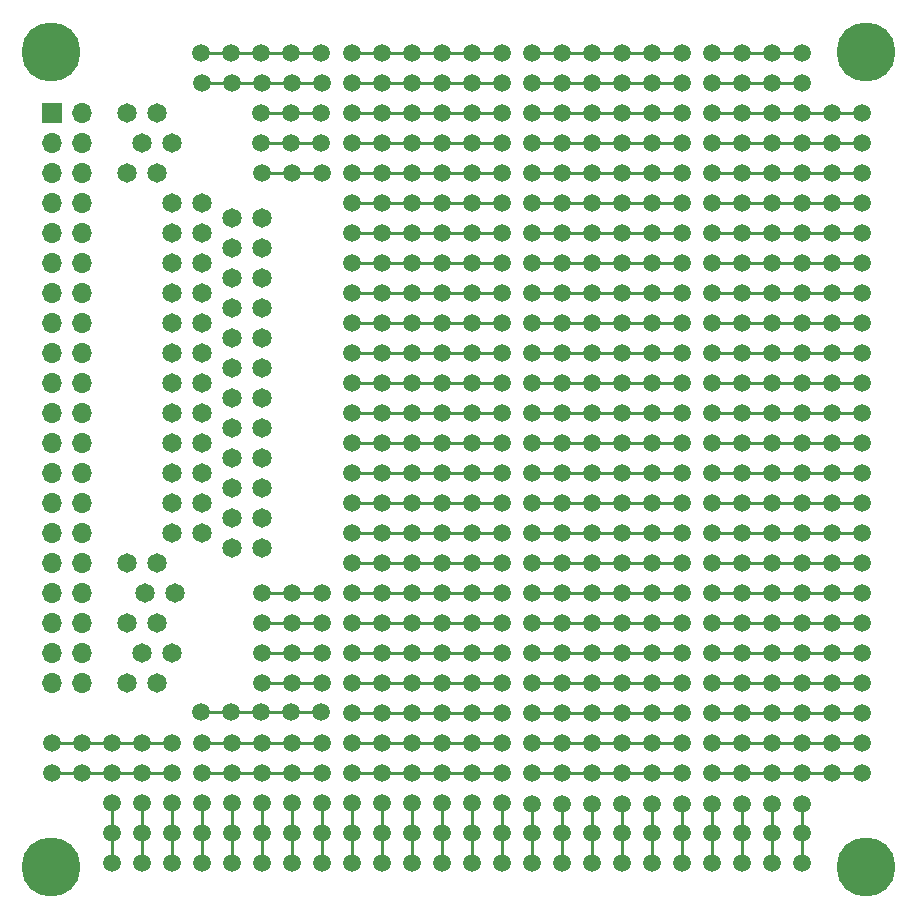
<source format=gbr>
%TF.GenerationSoftware,KiCad,Pcbnew,(6.0.1)*%
%TF.CreationDate,2023-02-05T21:11:55-08:00*%
%TF.ProjectId,ESP32 Carrier Protoboard - R1,45535033-3220-4436-9172-726965722050,rev?*%
%TF.SameCoordinates,Original*%
%TF.FileFunction,Copper,L2,Bot*%
%TF.FilePolarity,Positive*%
%FSLAX46Y46*%
G04 Gerber Fmt 4.6, Leading zero omitted, Abs format (unit mm)*
G04 Created by KiCad (PCBNEW (6.0.1)) date 2023-02-05 21:11:55*
%MOMM*%
%LPD*%
G01*
G04 APERTURE LIST*
%TA.AperFunction,ComponentPad*%
%ADD10C,1.500000*%
%TD*%
%TA.AperFunction,ComponentPad*%
%ADD11C,1.651000*%
%TD*%
%TA.AperFunction,ComponentPad*%
%ADD12C,0.800000*%
%TD*%
%TA.AperFunction,ComponentPad*%
%ADD13C,5.000000*%
%TD*%
%TA.AperFunction,ComponentPad*%
%ADD14R,1.700000X1.700000*%
%TD*%
%TA.AperFunction,ComponentPad*%
%ADD15O,1.700000X1.700000*%
%TD*%
%TA.AperFunction,Conductor*%
%ADD16C,0.254000*%
%TD*%
G04 APERTURE END LIST*
D10*
%TO.P,REF\u002A\u002A,1*%
%TO.N,N/C*%
X63974988Y-3153100D03*
%TD*%
%TO.P,REF\u002A\u002A,1*%
%TO.N,N/C*%
X58894988Y-3153100D03*
%TD*%
%TO.P,REF\u002A\u002A,1*%
%TO.N,N/C*%
X66514988Y-3153100D03*
%TD*%
%TO.P,REF\u002A\u002A,1*%
%TO.N,N/C*%
X61434988Y-3153100D03*
%TD*%
%TO.P,REF\u002A\u002A,1*%
%TO.N,N/C*%
X63974988Y-5693100D03*
%TD*%
%TO.P,REF\u002A\u002A,1*%
%TO.N,N/C*%
X58894988Y-5693100D03*
%TD*%
%TO.P,REF\u002A\u002A,1*%
%TO.N,N/C*%
X66514988Y-5693100D03*
%TD*%
%TO.P,REF\u002A\u002A,1*%
%TO.N,N/C*%
X61434988Y-5693100D03*
%TD*%
%TO.P,REF\u002A\u002A,1*%
%TO.N,N/C*%
X18218699Y-3121725D03*
%TD*%
%TO.P,REF\u002A\u002A,1*%
%TO.N,N/C*%
X23298699Y-3121725D03*
%TD*%
%TO.P,REF\u002A\u002A,1*%
%TO.N,N/C*%
X15678699Y-3121725D03*
%TD*%
%TO.P,REF\u002A\u002A,1*%
%TO.N,N/C*%
X20758699Y-3121725D03*
%TD*%
%TO.P,REF\u002A\u002A,1*%
%TO.N,N/C*%
X25838699Y-3121725D03*
%TD*%
%TO.P,REF\u002A\u002A,1*%
%TO.N,N/C*%
X18254988Y-5693100D03*
%TD*%
%TO.P,REF\u002A\u002A,1*%
%TO.N,N/C*%
X23334988Y-5693100D03*
%TD*%
%TO.P,REF\u002A\u002A,1*%
%TO.N,N/C*%
X15714988Y-5693100D03*
%TD*%
%TO.P,REF\u002A\u002A,1*%
%TO.N,N/C*%
X20794988Y-5693100D03*
%TD*%
%TO.P,REF\u002A\u002A,1*%
%TO.N,N/C*%
X25874988Y-5693100D03*
%TD*%
%TO.P,REF\u002A\u002A,1*%
%TO.N,N/C*%
X20758699Y-8212925D03*
%TD*%
%TO.P,REF\u002A\u002A,1*%
%TO.N,N/C*%
X23298699Y-8212925D03*
%TD*%
%TO.P,REF\u002A\u002A,1*%
%TO.N,N/C*%
X25838699Y-8212925D03*
%TD*%
%TO.P,REF\u002A\u002A,1*%
%TO.N,N/C*%
X20758699Y-10745127D03*
%TD*%
%TO.P,REF\u002A\u002A,1*%
%TO.N,N/C*%
X23298699Y-10745127D03*
%TD*%
%TO.P,REF\u002A\u002A,1*%
%TO.N,N/C*%
X25838699Y-10745127D03*
%TD*%
%TO.P,REF\u002A\u002A,1*%
%TO.N,N/C*%
X20794988Y-13313100D03*
%TD*%
%TO.P,REF\u002A\u002A,1*%
%TO.N,N/C*%
X23334988Y-13313100D03*
%TD*%
%TO.P,REF\u002A\u002A,1*%
%TO.N,N/C*%
X25874988Y-13313100D03*
%TD*%
%TO.P,REF\u002A\u002A,1*%
%TO.N,N/C*%
X20794988Y-48873100D03*
%TD*%
%TO.P,REF\u002A\u002A,1*%
%TO.N,N/C*%
X23334988Y-48873100D03*
%TD*%
%TO.P,REF\u002A\u002A,1*%
%TO.N,N/C*%
X25874988Y-48873100D03*
%TD*%
%TO.P,REF\u002A\u002A,1*%
%TO.N,N/C*%
X20794988Y-51413100D03*
%TD*%
%TO.P,REF\u002A\u002A,1*%
%TO.N,N/C*%
X23334988Y-51413100D03*
%TD*%
%TO.P,REF\u002A\u002A,1*%
%TO.N,N/C*%
X25874988Y-51413100D03*
%TD*%
%TO.P,REF\u002A\u002A,1*%
%TO.N,N/C*%
X20794988Y-53953100D03*
%TD*%
%TO.P,REF\u002A\u002A,1*%
%TO.N,N/C*%
X23334988Y-53953100D03*
%TD*%
%TO.P,REF\u002A\u002A,1*%
%TO.N,N/C*%
X25874988Y-53953100D03*
%TD*%
%TO.P,REF\u002A\u002A,1*%
%TO.N,N/C*%
X20794988Y-56493100D03*
%TD*%
%TO.P,REF\u002A\u002A,1*%
%TO.N,N/C*%
X23334988Y-56493100D03*
%TD*%
%TO.P,REF\u002A\u002A,1*%
%TO.N,N/C*%
X25874988Y-56493100D03*
%TD*%
%TO.P,REF\u002A\u002A,1*%
%TO.N,N/C*%
X10634988Y-61573100D03*
%TD*%
%TO.P,REF\u002A\u002A,1*%
%TO.N,N/C*%
X8094988Y-61573100D03*
%TD*%
%TO.P,REF\u002A\u002A,1*%
%TO.N,N/C*%
X5554988Y-61573100D03*
%TD*%
%TO.P,REF\u002A\u002A,1*%
%TO.N,N/C*%
X3014988Y-61573100D03*
%TD*%
%TO.P,REF\u002A\u002A,1*%
%TO.N,N/C*%
X13174988Y-61573100D03*
%TD*%
%TO.P,REF\u002A\u002A,1*%
%TO.N,N/C*%
X10634988Y-64113100D03*
%TD*%
%TO.P,REF\u002A\u002A,1*%
%TO.N,N/C*%
X8094988Y-64113100D03*
%TD*%
%TO.P,REF\u002A\u002A,1*%
%TO.N,N/C*%
X5554988Y-64113100D03*
%TD*%
%TO.P,REF\u002A\u002A,1*%
%TO.N,N/C*%
X3014988Y-64113100D03*
%TD*%
%TO.P,REF\u002A\u002A,1*%
%TO.N,N/C*%
X13174988Y-64113100D03*
%TD*%
%TO.P,REF\u002A\u002A,1*%
%TO.N,N/C*%
X23303165Y-58950754D03*
%TD*%
%TO.P,REF\u002A\u002A,1*%
%TO.N,N/C*%
X20763165Y-58950754D03*
%TD*%
%TO.P,REF\u002A\u002A,1*%
%TO.N,N/C*%
X18223165Y-58950754D03*
%TD*%
%TO.P,REF\u002A\u002A,1*%
%TO.N,N/C*%
X15683165Y-58950754D03*
%TD*%
%TO.P,REF\u002A\u002A,1*%
%TO.N,N/C*%
X25843165Y-58950754D03*
%TD*%
%TO.P,REF\u002A\u002A,1*%
%TO.N,N/C*%
X23334988Y-61573100D03*
%TD*%
%TO.P,REF\u002A\u002A,1*%
%TO.N,N/C*%
X20794988Y-61573100D03*
%TD*%
%TO.P,REF\u002A\u002A,1*%
%TO.N,N/C*%
X18254988Y-61573100D03*
%TD*%
%TO.P,REF\u002A\u002A,1*%
%TO.N,N/C*%
X15714988Y-61573100D03*
%TD*%
%TO.P,REF\u002A\u002A,1*%
%TO.N,N/C*%
X25874988Y-61573100D03*
%TD*%
%TO.P,REF\u002A\u002A,1*%
%TO.N,N/C*%
X23334988Y-64113100D03*
%TD*%
%TO.P,REF\u002A\u002A,1*%
%TO.N,N/C*%
X20794988Y-64113100D03*
%TD*%
%TO.P,REF\u002A\u002A,1*%
%TO.N,N/C*%
X18254988Y-64113100D03*
%TD*%
%TO.P,REF\u002A\u002A,1*%
%TO.N,N/C*%
X15714988Y-64113100D03*
%TD*%
%TO.P,REF\u002A\u002A,1*%
%TO.N,N/C*%
X25874988Y-64113100D03*
%TD*%
%TO.P,REF\u002A\u002A,1*%
%TO.N,N/C*%
X56354988Y-3153100D03*
%TD*%
%TO.P,REF\u002A\u002A,1*%
%TO.N,N/C*%
X43654988Y-3153100D03*
%TD*%
%TO.P,REF\u002A\u002A,1*%
%TO.N,N/C*%
X46194988Y-5693100D03*
%TD*%
%TO.P,REF\u002A\u002A,1*%
%TO.N,N/C*%
X43654988Y-5693100D03*
%TD*%
%TO.P,REF\u002A\u002A,1*%
%TO.N,N/C*%
X46194988Y-3153100D03*
%TD*%
%TO.P,REF\u002A\u002A,1*%
%TO.N,N/C*%
X48734988Y-5693100D03*
%TD*%
%TO.P,REF\u002A\u002A,1*%
%TO.N,N/C*%
X51274988Y-3153100D03*
%TD*%
%TO.P,REF\u002A\u002A,1*%
%TO.N,N/C*%
X48734988Y-3153100D03*
%TD*%
%TO.P,REF\u002A\u002A,1*%
%TO.N,N/C*%
X53814988Y-5693100D03*
%TD*%
%TO.P,REF\u002A\u002A,1*%
%TO.N,N/C*%
X51274988Y-5693100D03*
%TD*%
%TO.P,REF\u002A\u002A,1*%
%TO.N,N/C*%
X56354988Y-5693100D03*
%TD*%
%TO.P,REF\u002A\u002A,1*%
%TO.N,N/C*%
X53814988Y-3153100D03*
%TD*%
%TO.P,REF\u002A\u002A,1*%
%TO.N,N/C*%
X30954988Y-3153100D03*
%TD*%
%TO.P,REF\u002A\u002A,1*%
%TO.N,N/C*%
X33494988Y-5693100D03*
%TD*%
%TO.P,REF\u002A\u002A,1*%
%TO.N,N/C*%
X41114988Y-3153100D03*
%TD*%
%TO.P,REF\u002A\u002A,1*%
%TO.N,N/C*%
X30954988Y-5693100D03*
%TD*%
%TO.P,REF\u002A\u002A,1*%
%TO.N,N/C*%
X38574988Y-5693100D03*
%TD*%
%TO.P,REF\u002A\u002A,1*%
%TO.N,N/C*%
X33494988Y-3153100D03*
%TD*%
%TO.P,REF\u002A\u002A,1*%
%TO.N,N/C*%
X28414988Y-3153100D03*
%TD*%
%TO.P,REF\u002A\u002A,1*%
%TO.N,N/C*%
X28414988Y-5693100D03*
%TD*%
%TO.P,REF\u002A\u002A,1*%
%TO.N,N/C*%
X36034988Y-3153100D03*
%TD*%
%TO.P,REF\u002A\u002A,1*%
%TO.N,N/C*%
X41114988Y-5693100D03*
%TD*%
%TO.P,REF\u002A\u002A,1*%
%TO.N,N/C*%
X38574988Y-3153100D03*
%TD*%
%TO.P,REF\u002A\u002A,1*%
%TO.N,N/C*%
X36034988Y-5693100D03*
%TD*%
%TO.P,REF\u002A\u002A,1*%
%TO.N,N/C*%
X33494988Y-64113100D03*
%TD*%
%TO.P,REF\u002A\u002A,1*%
%TO.N,N/C*%
X36034988Y-64113100D03*
%TD*%
%TO.P,REF\u002A\u002A,1*%
%TO.N,N/C*%
X38574988Y-64113100D03*
%TD*%
%TO.P,REF\u002A\u002A,1*%
%TO.N,N/C*%
X28414988Y-64113100D03*
%TD*%
%TO.P,REF\u002A\u002A,1*%
%TO.N,N/C*%
X30954988Y-64113100D03*
%TD*%
%TO.P,REF\u002A\u002A,1*%
%TO.N,N/C*%
X41114988Y-64113100D03*
%TD*%
%TO.P,REF\u002A\u002A,1*%
%TO.N,N/C*%
X69054988Y-64113100D03*
%TD*%
%TO.P,REF\u002A\u002A,1*%
%TO.N,N/C*%
X51274988Y-64113100D03*
%TD*%
%TO.P,REF\u002A\u002A,1*%
%TO.N,N/C*%
X48734988Y-64113100D03*
%TD*%
%TO.P,REF\u002A\u002A,1*%
%TO.N,N/C*%
X58894988Y-64113100D03*
%TD*%
%TO.P,REF\u002A\u002A,1*%
%TO.N,N/C*%
X53814988Y-64113100D03*
%TD*%
%TO.P,REF\u002A\u002A,1*%
%TO.N,N/C*%
X71594988Y-64113100D03*
%TD*%
%TO.P,REF\u002A\u002A,1*%
%TO.N,N/C*%
X66514988Y-64113100D03*
%TD*%
%TO.P,REF\u002A\u002A,1*%
%TO.N,N/C*%
X46194988Y-64113100D03*
%TD*%
%TO.P,REF\u002A\u002A,1*%
%TO.N,N/C*%
X61434988Y-64113100D03*
%TD*%
%TO.P,REF\u002A\u002A,1*%
%TO.N,N/C*%
X63974988Y-64113100D03*
%TD*%
%TO.P,REF\u002A\u002A,1*%
%TO.N,N/C*%
X43654988Y-64113100D03*
%TD*%
%TO.P,REF\u002A\u002A,1*%
%TO.N,N/C*%
X56354988Y-64113100D03*
%TD*%
%TO.P,REF\u002A\u002A,1*%
%TO.N,N/C*%
X41114988Y-8233100D03*
%TD*%
%TO.P,REF\u002A\u002A,1*%
%TO.N,N/C*%
X28414988Y-8233100D03*
%TD*%
%TO.P,REF\u002A\u002A,1*%
%TO.N,N/C*%
X30954988Y-10773100D03*
%TD*%
%TO.P,REF\u002A\u002A,1*%
%TO.N,N/C*%
X28414988Y-10773100D03*
%TD*%
%TO.P,REF\u002A\u002A,1*%
%TO.N,N/C*%
X30954988Y-8233100D03*
%TD*%
%TO.P,REF\u002A\u002A,1*%
%TO.N,N/C*%
X33494988Y-10773100D03*
%TD*%
%TO.P,REF\u002A\u002A,1*%
%TO.N,N/C*%
X36034988Y-8233100D03*
%TD*%
%TO.P,REF\u002A\u002A,1*%
%TO.N,N/C*%
X33494988Y-8233100D03*
%TD*%
%TO.P,REF\u002A\u002A,1*%
%TO.N,N/C*%
X38574988Y-10773100D03*
%TD*%
%TO.P,REF\u002A\u002A,1*%
%TO.N,N/C*%
X33494988Y-23473100D03*
%TD*%
%TO.P,REF\u002A\u002A,1*%
%TO.N,N/C*%
X41114988Y-23473100D03*
%TD*%
%TO.P,REF\u002A\u002A,1*%
%TO.N,N/C*%
X30954988Y-18393100D03*
%TD*%
%TO.P,REF\u002A\u002A,1*%
%TO.N,N/C*%
X33494988Y-20933100D03*
%TD*%
%TO.P,REF\u002A\u002A,1*%
%TO.N,N/C*%
X38574988Y-23473100D03*
%TD*%
%TO.P,REF\u002A\u002A,1*%
%TO.N,N/C*%
X41114988Y-13313100D03*
%TD*%
%TO.P,REF\u002A\u002A,1*%
%TO.N,N/C*%
X36034988Y-10773100D03*
%TD*%
%TO.P,REF\u002A\u002A,1*%
%TO.N,N/C*%
X41114988Y-10773100D03*
%TD*%
%TO.P,REF\u002A\u002A,1*%
%TO.N,N/C*%
X38574988Y-8233100D03*
%TD*%
%TO.P,REF\u002A\u002A,1*%
%TO.N,N/C*%
X38574988Y-18393100D03*
%TD*%
%TO.P,REF\u002A\u002A,1*%
%TO.N,N/C*%
X41114988Y-20933100D03*
%TD*%
%TO.P,REF\u002A\u002A,1*%
%TO.N,N/C*%
X36034988Y-23473100D03*
%TD*%
%TO.P,REF\u002A\u002A,1*%
%TO.N,N/C*%
X30954988Y-15853100D03*
%TD*%
%TO.P,REF\u002A\u002A,1*%
%TO.N,N/C*%
X28414988Y-13313100D03*
%TD*%
%TO.P,REF\u002A\u002A,1*%
%TO.N,N/C*%
X30954988Y-20933100D03*
%TD*%
%TO.P,REF\u002A\u002A,1*%
%TO.N,N/C*%
X36034988Y-15853100D03*
%TD*%
%TO.P,REF\u002A\u002A,1*%
%TO.N,N/C*%
X28414988Y-20933100D03*
%TD*%
%TO.P,REF\u002A\u002A,1*%
%TO.N,N/C*%
X33494988Y-18393100D03*
%TD*%
%TO.P,REF\u002A\u002A,1*%
%TO.N,N/C*%
X28414988Y-15853100D03*
%TD*%
%TO.P,REF\u002A\u002A,1*%
%TO.N,N/C*%
X36034988Y-20933100D03*
%TD*%
%TO.P,REF\u002A\u002A,1*%
%TO.N,N/C*%
X30954988Y-13313100D03*
%TD*%
%TO.P,REF\u002A\u002A,1*%
%TO.N,N/C*%
X38574988Y-20933100D03*
%TD*%
%TO.P,REF\u002A\u002A,1*%
%TO.N,N/C*%
X28414988Y-23473100D03*
%TD*%
%TO.P,REF\u002A\u002A,1*%
%TO.N,N/C*%
X41114988Y-15853100D03*
%TD*%
%TO.P,REF\u002A\u002A,1*%
%TO.N,N/C*%
X30954988Y-23473100D03*
%TD*%
%TO.P,REF\u002A\u002A,1*%
%TO.N,N/C*%
X33494988Y-15853100D03*
%TD*%
%TO.P,REF\u002A\u002A,1*%
%TO.N,N/C*%
X41114988Y-18393100D03*
%TD*%
%TO.P,REF\u002A\u002A,1*%
%TO.N,N/C*%
X38574988Y-13313100D03*
%TD*%
%TO.P,REF\u002A\u002A,1*%
%TO.N,N/C*%
X33494988Y-13313100D03*
%TD*%
%TO.P,REF\u002A\u002A,1*%
%TO.N,N/C*%
X36034988Y-13313100D03*
%TD*%
%TO.P,REF\u002A\u002A,1*%
%TO.N,N/C*%
X28414988Y-18393100D03*
%TD*%
%TO.P,REF\u002A\u002A,1*%
%TO.N,N/C*%
X38574988Y-15853100D03*
%TD*%
%TO.P,REF\u002A\u002A,1*%
%TO.N,N/C*%
X36034988Y-18393100D03*
%TD*%
%TO.P,REF\u002A\u002A,1*%
%TO.N,N/C*%
X33494988Y-36173100D03*
%TD*%
%TO.P,REF\u002A\u002A,1*%
%TO.N,N/C*%
X30954988Y-31093100D03*
%TD*%
%TO.P,REF\u002A\u002A,1*%
%TO.N,N/C*%
X33494988Y-46333100D03*
%TD*%
%TO.P,REF\u002A\u002A,1*%
%TO.N,N/C*%
X38574988Y-41253100D03*
%TD*%
%TO.P,REF\u002A\u002A,1*%
%TO.N,N/C*%
X41114988Y-48873100D03*
%TD*%
%TO.P,REF\u002A\u002A,1*%
%TO.N,N/C*%
X38574988Y-36173100D03*
%TD*%
%TO.P,REF\u002A\u002A,1*%
%TO.N,N/C*%
X41114988Y-36173100D03*
%TD*%
%TO.P,REF\u002A\u002A,1*%
%TO.N,N/C*%
X30954988Y-43793100D03*
%TD*%
%TO.P,REF\u002A\u002A,1*%
%TO.N,N/C*%
X41114988Y-53953100D03*
%TD*%
%TO.P,REF\u002A\u002A,1*%
%TO.N,N/C*%
X33494988Y-33633100D03*
%TD*%
%TO.P,REF\u002A\u002A,1*%
%TO.N,N/C*%
X36034988Y-46333100D03*
%TD*%
%TO.P,REF\u002A\u002A,1*%
%TO.N,N/C*%
X28414988Y-43793100D03*
%TD*%
%TO.P,REF\u002A\u002A,1*%
%TO.N,N/C*%
X41114988Y-26013100D03*
%TD*%
%TO.P,REF\u002A\u002A,1*%
%TO.N,N/C*%
X36034988Y-43793100D03*
%TD*%
%TO.P,REF\u002A\u002A,1*%
%TO.N,N/C*%
X36034988Y-51413100D03*
%TD*%
%TO.P,REF\u002A\u002A,1*%
%TO.N,N/C*%
X30954988Y-46333100D03*
%TD*%
%TO.P,REF\u002A\u002A,1*%
%TO.N,N/C*%
X41114988Y-38713100D03*
%TD*%
%TO.P,REF\u002A\u002A,1*%
%TO.N,N/C*%
X36034988Y-48873100D03*
%TD*%
%TO.P,REF\u002A\u002A,1*%
%TO.N,N/C*%
X30954988Y-51413100D03*
%TD*%
%TO.P,REF\u002A\u002A,1*%
%TO.N,N/C*%
X41114988Y-46333100D03*
%TD*%
%TO.P,REF\u002A\u002A,1*%
%TO.N,N/C*%
X33494988Y-43793100D03*
%TD*%
%TO.P,REF\u002A\u002A,1*%
%TO.N,N/C*%
X33494988Y-59033100D03*
%TD*%
%TO.P,REF\u002A\u002A,1*%
%TO.N,N/C*%
X33494988Y-53953100D03*
%TD*%
%TO.P,REF\u002A\u002A,1*%
%TO.N,N/C*%
X28414988Y-51413100D03*
%TD*%
%TO.P,REF\u002A\u002A,1*%
%TO.N,N/C*%
X38574988Y-31093100D03*
%TD*%
%TO.P,REF\u002A\u002A,1*%
%TO.N,N/C*%
X38574988Y-51413100D03*
%TD*%
%TO.P,REF\u002A\u002A,1*%
%TO.N,N/C*%
X36034988Y-61573100D03*
%TD*%
%TO.P,REF\u002A\u002A,1*%
%TO.N,N/C*%
X33494988Y-61573100D03*
%TD*%
%TO.P,REF\u002A\u002A,1*%
%TO.N,N/C*%
X30954988Y-36173100D03*
%TD*%
%TO.P,REF\u002A\u002A,1*%
%TO.N,N/C*%
X41114988Y-33633100D03*
%TD*%
%TO.P,REF\u002A\u002A,1*%
%TO.N,N/C*%
X28414988Y-41253100D03*
%TD*%
%TO.P,REF\u002A\u002A,1*%
%TO.N,N/C*%
X28414988Y-28553100D03*
%TD*%
%TO.P,REF\u002A\u002A,1*%
%TO.N,N/C*%
X28414988Y-36173100D03*
%TD*%
%TO.P,REF\u002A\u002A,1*%
%TO.N,N/C*%
X41114988Y-28553100D03*
%TD*%
%TO.P,REF\u002A\u002A,1*%
%TO.N,N/C*%
X30954988Y-33633100D03*
%TD*%
%TO.P,REF\u002A\u002A,1*%
%TO.N,N/C*%
X30954988Y-59033100D03*
%TD*%
%TO.P,REF\u002A\u002A,1*%
%TO.N,N/C*%
X36034988Y-36173100D03*
%TD*%
%TO.P,REF\u002A\u002A,1*%
%TO.N,N/C*%
X30954988Y-56493100D03*
%TD*%
%TO.P,REF\u002A\u002A,1*%
%TO.N,N/C*%
X30954988Y-53953100D03*
%TD*%
%TO.P,REF\u002A\u002A,1*%
%TO.N,N/C*%
X41114988Y-51413100D03*
%TD*%
%TO.P,REF\u002A\u002A,1*%
%TO.N,N/C*%
X30954988Y-38713100D03*
%TD*%
%TO.P,REF\u002A\u002A,1*%
%TO.N,N/C*%
X38574988Y-46333100D03*
%TD*%
%TO.P,REF\u002A\u002A,1*%
%TO.N,N/C*%
X36034988Y-33633100D03*
%TD*%
%TO.P,REF\u002A\u002A,1*%
%TO.N,N/C*%
X30954988Y-26013100D03*
%TD*%
%TO.P,REF\u002A\u002A,1*%
%TO.N,N/C*%
X36034988Y-59033100D03*
%TD*%
%TO.P,REF\u002A\u002A,1*%
%TO.N,N/C*%
X38574988Y-48873100D03*
%TD*%
%TO.P,REF\u002A\u002A,1*%
%TO.N,N/C*%
X30954988Y-41253100D03*
%TD*%
%TO.P,REF\u002A\u002A,1*%
%TO.N,N/C*%
X36034988Y-28553100D03*
%TD*%
%TO.P,REF\u002A\u002A,1*%
%TO.N,N/C*%
X38574988Y-61573100D03*
%TD*%
%TO.P,REF\u002A\u002A,1*%
%TO.N,N/C*%
X33494988Y-28553100D03*
%TD*%
%TO.P,REF\u002A\u002A,1*%
%TO.N,N/C*%
X28414988Y-59033100D03*
%TD*%
%TO.P,REF\u002A\u002A,1*%
%TO.N,N/C*%
X38574988Y-59033100D03*
%TD*%
%TO.P,REF\u002A\u002A,1*%
%TO.N,N/C*%
X33494988Y-48873100D03*
%TD*%
%TO.P,REF\u002A\u002A,1*%
%TO.N,N/C*%
X30954988Y-28553100D03*
%TD*%
%TO.P,REF\u002A\u002A,1*%
%TO.N,N/C*%
X36034988Y-56493100D03*
%TD*%
%TO.P,REF\u002A\u002A,1*%
%TO.N,N/C*%
X41114988Y-41253100D03*
%TD*%
%TO.P,REF\u002A\u002A,1*%
%TO.N,N/C*%
X36034988Y-41253100D03*
%TD*%
%TO.P,REF\u002A\u002A,1*%
%TO.N,N/C*%
X41114988Y-43793100D03*
%TD*%
%TO.P,REF\u002A\u002A,1*%
%TO.N,N/C*%
X28414988Y-56493100D03*
%TD*%
%TO.P,REF\u002A\u002A,1*%
%TO.N,N/C*%
X33494988Y-31093100D03*
%TD*%
%TO.P,REF\u002A\u002A,1*%
%TO.N,N/C*%
X33494988Y-51413100D03*
%TD*%
%TO.P,REF\u002A\u002A,1*%
%TO.N,N/C*%
X38574988Y-56493100D03*
%TD*%
%TO.P,REF\u002A\u002A,1*%
%TO.N,N/C*%
X33494988Y-41253100D03*
%TD*%
%TO.P,REF\u002A\u002A,1*%
%TO.N,N/C*%
X38574988Y-33633100D03*
%TD*%
%TO.P,REF\u002A\u002A,1*%
%TO.N,N/C*%
X28414988Y-33633100D03*
%TD*%
%TO.P,REF\u002A\u002A,1*%
%TO.N,N/C*%
X33494988Y-38713100D03*
%TD*%
%TO.P,REF\u002A\u002A,1*%
%TO.N,N/C*%
X28414988Y-38713100D03*
%TD*%
%TO.P,REF\u002A\u002A,1*%
%TO.N,N/C*%
X28414988Y-46333100D03*
%TD*%
%TO.P,REF\u002A\u002A,1*%
%TO.N,N/C*%
X28414988Y-26013100D03*
%TD*%
%TO.P,REF\u002A\u002A,1*%
%TO.N,N/C*%
X30954988Y-61573100D03*
%TD*%
%TO.P,REF\u002A\u002A,1*%
%TO.N,N/C*%
X28414988Y-48873100D03*
%TD*%
%TO.P,REF\u002A\u002A,1*%
%TO.N,N/C*%
X33494988Y-56493100D03*
%TD*%
%TO.P,REF\u002A\u002A,1*%
%TO.N,N/C*%
X28414988Y-53953100D03*
%TD*%
%TO.P,REF\u002A\u002A,1*%
%TO.N,N/C*%
X41114988Y-31093100D03*
%TD*%
%TO.P,REF\u002A\u002A,1*%
%TO.N,N/C*%
X38574988Y-28553100D03*
%TD*%
%TO.P,REF\u002A\u002A,1*%
%TO.N,N/C*%
X41114988Y-56493100D03*
%TD*%
%TO.P,REF\u002A\u002A,1*%
%TO.N,N/C*%
X38574988Y-43793100D03*
%TD*%
%TO.P,REF\u002A\u002A,1*%
%TO.N,N/C*%
X36034988Y-26013100D03*
%TD*%
%TO.P,REF\u002A\u002A,1*%
%TO.N,N/C*%
X36034988Y-38713100D03*
%TD*%
%TO.P,REF\u002A\u002A,1*%
%TO.N,N/C*%
X38574988Y-38713100D03*
%TD*%
%TO.P,REF\u002A\u002A,1*%
%TO.N,N/C*%
X28414988Y-31093100D03*
%TD*%
%TO.P,REF\u002A\u002A,1*%
%TO.N,N/C*%
X28414988Y-61573100D03*
%TD*%
%TO.P,REF\u002A\u002A,1*%
%TO.N,N/C*%
X30954988Y-48873100D03*
%TD*%
%TO.P,REF\u002A\u002A,1*%
%TO.N,N/C*%
X41114988Y-61573100D03*
%TD*%
%TO.P,REF\u002A\u002A,1*%
%TO.N,N/C*%
X36034988Y-53953100D03*
%TD*%
%TO.P,REF\u002A\u002A,1*%
%TO.N,N/C*%
X38574988Y-26013100D03*
%TD*%
%TO.P,REF\u002A\u002A,1*%
%TO.N,N/C*%
X41114988Y-59033100D03*
%TD*%
%TO.P,REF\u002A\u002A,1*%
%TO.N,N/C*%
X33494988Y-26013100D03*
%TD*%
%TO.P,REF\u002A\u002A,1*%
%TO.N,N/C*%
X36034988Y-31093100D03*
%TD*%
%TO.P,REF\u002A\u002A,1*%
%TO.N,N/C*%
X38574988Y-53953100D03*
%TD*%
%TO.P,REF\u002A\u002A,1*%
%TO.N,N/C*%
X63974988Y-8233100D03*
%TD*%
%TO.P,REF\u002A\u002A,1*%
%TO.N,N/C*%
X56354988Y-8233100D03*
%TD*%
%TO.P,REF\u002A\u002A,1*%
%TO.N,N/C*%
X69054988Y-8233100D03*
%TD*%
%TO.P,REF\u002A\u002A,1*%
%TO.N,N/C*%
X69054988Y-10773100D03*
%TD*%
%TO.P,REF\u002A\u002A,1*%
%TO.N,N/C*%
X71594988Y-10773100D03*
%TD*%
%TO.P,REF\u002A\u002A,1*%
%TO.N,N/C*%
X61434988Y-10773100D03*
%TD*%
%TO.P,REF\u002A\u002A,1*%
%TO.N,N/C*%
X61434988Y-8233100D03*
%TD*%
%TO.P,REF\u002A\u002A,1*%
%TO.N,N/C*%
X58894988Y-8233100D03*
%TD*%
%TO.P,REF\u002A\u002A,1*%
%TO.N,N/C*%
X46194988Y-10773100D03*
%TD*%
%TO.P,REF\u002A\u002A,1*%
%TO.N,N/C*%
X43654988Y-8233100D03*
%TD*%
%TO.P,REF\u002A\u002A,1*%
%TO.N,N/C*%
X66514988Y-8233100D03*
%TD*%
%TO.P,REF\u002A\u002A,1*%
%TO.N,N/C*%
X58894988Y-10773100D03*
%TD*%
%TO.P,REF\u002A\u002A,1*%
%TO.N,N/C*%
X51274988Y-10773100D03*
%TD*%
%TO.P,REF\u002A\u002A,1*%
%TO.N,N/C*%
X63974988Y-10773100D03*
%TD*%
%TO.P,REF\u002A\u002A,1*%
%TO.N,N/C*%
X43654988Y-10773100D03*
%TD*%
%TO.P,REF\u002A\u002A,1*%
%TO.N,N/C*%
X46194988Y-8233100D03*
%TD*%
%TO.P,REF\u002A\u002A,1*%
%TO.N,N/C*%
X56354988Y-10773100D03*
%TD*%
%TO.P,REF\u002A\u002A,1*%
%TO.N,N/C*%
X48734988Y-10773100D03*
%TD*%
%TO.P,REF\u002A\u002A,1*%
%TO.N,N/C*%
X53814988Y-8233100D03*
%TD*%
%TO.P,REF\u002A\u002A,1*%
%TO.N,N/C*%
X48734988Y-8233100D03*
%TD*%
%TO.P,REF\u002A\u002A,1*%
%TO.N,N/C*%
X51274988Y-8233100D03*
%TD*%
%TO.P,REF\u002A\u002A,1*%
%TO.N,N/C*%
X71594988Y-8233100D03*
%TD*%
%TO.P,REF\u002A\u002A,1*%
%TO.N,N/C*%
X66514988Y-10773100D03*
%TD*%
%TO.P,REF\u002A\u002A,1*%
%TO.N,N/C*%
X53814988Y-10773100D03*
%TD*%
%TO.P,REF\u002A\u002A,1*%
%TO.N,N/C*%
X66514988Y-18393100D03*
%TD*%
%TO.P,REF\u002A\u002A,1*%
%TO.N,N/C*%
X48734988Y-23473100D03*
%TD*%
%TO.P,REF\u002A\u002A,1*%
%TO.N,N/C*%
X46194988Y-18393100D03*
%TD*%
%TO.P,REF\u002A\u002A,1*%
%TO.N,N/C*%
X63974988Y-13313100D03*
%TD*%
%TO.P,REF\u002A\u002A,1*%
%TO.N,N/C*%
X53814988Y-23473100D03*
%TD*%
%TO.P,REF\u002A\u002A,1*%
%TO.N,N/C*%
X56354988Y-23473100D03*
%TD*%
%TO.P,REF\u002A\u002A,1*%
%TO.N,N/C*%
X66514988Y-23473100D03*
%TD*%
%TO.P,REF\u002A\u002A,1*%
%TO.N,N/C*%
X63974988Y-18393100D03*
%TD*%
%TO.P,REF\u002A\u002A,1*%
%TO.N,N/C*%
X69054988Y-15853100D03*
%TD*%
%TO.P,REF\u002A\u002A,1*%
%TO.N,N/C*%
X61434988Y-18393100D03*
%TD*%
%TO.P,REF\u002A\u002A,1*%
%TO.N,N/C*%
X48734988Y-20933100D03*
%TD*%
%TO.P,REF\u002A\u002A,1*%
%TO.N,N/C*%
X71594988Y-18393100D03*
%TD*%
%TO.P,REF\u002A\u002A,1*%
%TO.N,N/C*%
X56354988Y-13313100D03*
%TD*%
%TO.P,REF\u002A\u002A,1*%
%TO.N,N/C*%
X61434988Y-23473100D03*
%TD*%
%TO.P,REF\u002A\u002A,1*%
%TO.N,N/C*%
X69054988Y-13313100D03*
%TD*%
%TO.P,REF\u002A\u002A,1*%
%TO.N,N/C*%
X58894988Y-18393100D03*
%TD*%
%TO.P,REF\u002A\u002A,1*%
%TO.N,N/C*%
X53814988Y-18393100D03*
%TD*%
%TO.P,REF\u002A\u002A,1*%
%TO.N,N/C*%
X63974988Y-20933100D03*
%TD*%
%TO.P,REF\u002A\u002A,1*%
%TO.N,N/C*%
X71594988Y-15853100D03*
%TD*%
%TO.P,REF\u002A\u002A,1*%
%TO.N,N/C*%
X66514988Y-20933100D03*
%TD*%
%TO.P,REF\u002A\u002A,1*%
%TO.N,N/C*%
X61434988Y-15853100D03*
%TD*%
%TO.P,REF\u002A\u002A,1*%
%TO.N,N/C*%
X46194988Y-23473100D03*
%TD*%
%TO.P,REF\u002A\u002A,1*%
%TO.N,N/C*%
X61434988Y-13313100D03*
%TD*%
%TO.P,REF\u002A\u002A,1*%
%TO.N,N/C*%
X56354988Y-20933100D03*
%TD*%
%TO.P,REF\u002A\u002A,1*%
%TO.N,N/C*%
X43654988Y-15853100D03*
%TD*%
%TO.P,REF\u002A\u002A,1*%
%TO.N,N/C*%
X58894988Y-15853100D03*
%TD*%
%TO.P,REF\u002A\u002A,1*%
%TO.N,N/C*%
X43654988Y-23473100D03*
%TD*%
%TO.P,REF\u002A\u002A,1*%
%TO.N,N/C*%
X56354988Y-15853100D03*
%TD*%
%TO.P,REF\u002A\u002A,1*%
%TO.N,N/C*%
X46194988Y-20933100D03*
%TD*%
%TO.P,REF\u002A\u002A,1*%
%TO.N,N/C*%
X58894988Y-20933100D03*
%TD*%
%TO.P,REF\u002A\u002A,1*%
%TO.N,N/C*%
X51274988Y-23473100D03*
%TD*%
%TO.P,REF\u002A\u002A,1*%
%TO.N,N/C*%
X69054988Y-23473100D03*
%TD*%
%TO.P,REF\u002A\u002A,1*%
%TO.N,N/C*%
X51274988Y-20933100D03*
%TD*%
%TO.P,REF\u002A\u002A,1*%
%TO.N,N/C*%
X46194988Y-13313100D03*
%TD*%
%TO.P,REF\u002A\u002A,1*%
%TO.N,N/C*%
X51274988Y-15853100D03*
%TD*%
%TO.P,REF\u002A\u002A,1*%
%TO.N,N/C*%
X71594988Y-23473100D03*
%TD*%
%TO.P,REF\u002A\u002A,1*%
%TO.N,N/C*%
X71594988Y-20933100D03*
%TD*%
%TO.P,REF\u002A\u002A,1*%
%TO.N,N/C*%
X48734988Y-15853100D03*
%TD*%
%TO.P,REF\u002A\u002A,1*%
%TO.N,N/C*%
X58894988Y-13313100D03*
%TD*%
%TO.P,REF\u002A\u002A,1*%
%TO.N,N/C*%
X46194988Y-15853100D03*
%TD*%
%TO.P,REF\u002A\u002A,1*%
%TO.N,N/C*%
X66514988Y-13313100D03*
%TD*%
%TO.P,REF\u002A\u002A,1*%
%TO.N,N/C*%
X48734988Y-18393100D03*
%TD*%
%TO.P,REF\u002A\u002A,1*%
%TO.N,N/C*%
X53814988Y-20933100D03*
%TD*%
%TO.P,REF\u002A\u002A,1*%
%TO.N,N/C*%
X43654988Y-20933100D03*
%TD*%
%TO.P,REF\u002A\u002A,1*%
%TO.N,N/C*%
X43654988Y-13313100D03*
%TD*%
%TO.P,REF\u002A\u002A,1*%
%TO.N,N/C*%
X63974988Y-15853100D03*
%TD*%
%TO.P,REF\u002A\u002A,1*%
%TO.N,N/C*%
X61434988Y-20933100D03*
%TD*%
%TO.P,REF\u002A\u002A,1*%
%TO.N,N/C*%
X56354988Y-18393100D03*
%TD*%
%TO.P,REF\u002A\u002A,1*%
%TO.N,N/C*%
X53814988Y-15853100D03*
%TD*%
%TO.P,REF\u002A\u002A,1*%
%TO.N,N/C*%
X58894988Y-23473100D03*
%TD*%
%TO.P,REF\u002A\u002A,1*%
%TO.N,N/C*%
X69054988Y-20933100D03*
%TD*%
%TO.P,REF\u002A\u002A,1*%
%TO.N,N/C*%
X51274988Y-13313100D03*
%TD*%
%TO.P,REF\u002A\u002A,1*%
%TO.N,N/C*%
X43654988Y-18393100D03*
%TD*%
%TO.P,REF\u002A\u002A,1*%
%TO.N,N/C*%
X71594988Y-13313100D03*
%TD*%
%TO.P,REF\u002A\u002A,1*%
%TO.N,N/C*%
X53814988Y-13313100D03*
%TD*%
%TO.P,REF\u002A\u002A,1*%
%TO.N,N/C*%
X66514988Y-15853100D03*
%TD*%
%TO.P,REF\u002A\u002A,1*%
%TO.N,N/C*%
X63974988Y-23473100D03*
%TD*%
%TO.P,REF\u002A\u002A,1*%
%TO.N,N/C*%
X48734988Y-13313100D03*
%TD*%
%TO.P,REF\u002A\u002A,1*%
%TO.N,N/C*%
X51274988Y-18393100D03*
%TD*%
%TO.P,REF\u002A\u002A,1*%
%TO.N,N/C*%
X69054988Y-18393100D03*
%TD*%
%TO.P,REF\u002A\u002A,1*%
%TO.N,N/C*%
X66514988Y-31093100D03*
%TD*%
%TO.P,REF\u002A\u002A,1*%
%TO.N,N/C*%
X48734988Y-36173100D03*
%TD*%
%TO.P,REF\u002A\u002A,1*%
%TO.N,N/C*%
X46194988Y-31093100D03*
%TD*%
%TO.P,REF\u002A\u002A,1*%
%TO.N,N/C*%
X48734988Y-46333100D03*
%TD*%
%TO.P,REF\u002A\u002A,1*%
%TO.N,N/C*%
X63974988Y-26013100D03*
%TD*%
%TO.P,REF\u002A\u002A,1*%
%TO.N,N/C*%
X53814988Y-36173100D03*
%TD*%
%TO.P,REF\u002A\u002A,1*%
%TO.N,N/C*%
X63974988Y-56493100D03*
%TD*%
%TO.P,REF\u002A\u002A,1*%
%TO.N,N/C*%
X56354988Y-26013100D03*
%TD*%
%TO.P,REF\u002A\u002A,1*%
%TO.N,N/C*%
X63974988Y-31093100D03*
%TD*%
%TO.P,REF\u002A\u002A,1*%
%TO.N,N/C*%
X56354988Y-48873100D03*
%TD*%
%TO.P,REF\u002A\u002A,1*%
%TO.N,N/C*%
X69054988Y-28553100D03*
%TD*%
%TO.P,REF\u002A\u002A,1*%
%TO.N,N/C*%
X63974988Y-38713100D03*
%TD*%
%TO.P,REF\u002A\u002A,1*%
%TO.N,N/C*%
X56354988Y-36173100D03*
%TD*%
%TO.P,REF\u002A\u002A,1*%
%TO.N,N/C*%
X66514988Y-36173100D03*
%TD*%
%TO.P,REF\u002A\u002A,1*%
%TO.N,N/C*%
X71594988Y-53953100D03*
%TD*%
%TO.P,REF\u002A\u002A,1*%
%TO.N,N/C*%
X46194988Y-43793100D03*
%TD*%
%TO.P,REF\u002A\u002A,1*%
%TO.N,N/C*%
X43654988Y-43793100D03*
%TD*%
%TO.P,REF\u002A\u002A,1*%
%TO.N,N/C*%
X56354988Y-53953100D03*
%TD*%
%TO.P,REF\u002A\u002A,1*%
%TO.N,N/C*%
X48734988Y-33633100D03*
%TD*%
%TO.P,REF\u002A\u002A,1*%
%TO.N,N/C*%
X53814988Y-41253100D03*
%TD*%
%TO.P,REF\u002A\u002A,1*%
%TO.N,N/C*%
X71594988Y-31093100D03*
%TD*%
%TO.P,REF\u002A\u002A,1*%
%TO.N,N/C*%
X63974988Y-41253100D03*
%TD*%
%TO.P,REF\u002A\u002A,1*%
%TO.N,N/C*%
X51274988Y-43793100D03*
%TD*%
%TO.P,REF\u002A\u002A,1*%
%TO.N,N/C*%
X66514988Y-59033100D03*
%TD*%
%TO.P,REF\u002A\u002A,1*%
%TO.N,N/C*%
X51274988Y-46333100D03*
%TD*%
%TO.P,REF\u002A\u002A,1*%
%TO.N,N/C*%
X61434988Y-31093100D03*
%TD*%
%TO.P,REF\u002A\u002A,1*%
%TO.N,N/C*%
X63974988Y-33633100D03*
%TD*%
%TO.P,REF\u002A\u002A,1*%
%TO.N,N/C*%
X51274988Y-51413100D03*
%TD*%
%TO.P,REF\u002A\u002A,1*%
%TO.N,N/C*%
X53814988Y-51413100D03*
%TD*%
%TO.P,REF\u002A\u002A,1*%
%TO.N,N/C*%
X63974988Y-51413100D03*
%TD*%
%TO.P,REF\u002A\u002A,1*%
%TO.N,N/C*%
X71594988Y-28553100D03*
%TD*%
%TO.P,REF\u002A\u002A,1*%
%TO.N,N/C*%
X56354988Y-46333100D03*
%TD*%
%TO.P,REF\u002A\u002A,1*%
%TO.N,N/C*%
X61434988Y-36173100D03*
%TD*%
%TO.P,REF\u002A\u002A,1*%
%TO.N,N/C*%
X43654988Y-51413100D03*
%TD*%
%TO.P,REF\u002A\u002A,1*%
%TO.N,N/C*%
X48734988Y-43793100D03*
%TD*%
%TO.P,REF\u002A\u002A,1*%
%TO.N,N/C*%
X71594988Y-48873100D03*
%TD*%
%TO.P,REF\u002A\u002A,1*%
%TO.N,N/C*%
X58894988Y-38713100D03*
%TD*%
%TO.P,REF\u002A\u002A,1*%
%TO.N,N/C*%
X69054988Y-61573100D03*
%TD*%
%TO.P,REF\u002A\u002A,1*%
%TO.N,N/C*%
X51274988Y-48873100D03*
%TD*%
%TO.P,REF\u002A\u002A,1*%
%TO.N,N/C*%
X58894988Y-31093100D03*
%TD*%
%TO.P,REF\u002A\u002A,1*%
%TO.N,N/C*%
X48734988Y-53953100D03*
%TD*%
%TO.P,REF\u002A\u002A,1*%
%TO.N,N/C*%
X58894988Y-48873100D03*
%TD*%
%TO.P,REF\u002A\u002A,1*%
%TO.N,N/C*%
X69054988Y-26013100D03*
%TD*%
%TO.P,REF\u002A\u002A,1*%
%TO.N,N/C*%
X56354988Y-38713100D03*
%TD*%
%TO.P,REF\u002A\u002A,1*%
%TO.N,N/C*%
X46194988Y-46333100D03*
%TD*%
%TO.P,REF\u002A\u002A,1*%
%TO.N,N/C*%
X51274988Y-61573100D03*
%TD*%
%TO.P,REF\u002A\u002A,1*%
%TO.N,N/C*%
X69054988Y-53953100D03*
%TD*%
%TO.P,REF\u002A\u002A,1*%
%TO.N,N/C*%
X48734988Y-59033100D03*
%TD*%
%TO.P,REF\u002A\u002A,1*%
%TO.N,N/C*%
X46194988Y-51413100D03*
%TD*%
%TO.P,REF\u002A\u002A,1*%
%TO.N,N/C*%
X58894988Y-53953100D03*
%TD*%
%TO.P,REF\u002A\u002A,1*%
%TO.N,N/C*%
X71594988Y-41253100D03*
%TD*%
%TO.P,REF\u002A\u002A,1*%
%TO.N,N/C*%
X53814988Y-31093100D03*
%TD*%
%TO.P,REF\u002A\u002A,1*%
%TO.N,N/C*%
X48734988Y-61573100D03*
%TD*%
%TO.P,REF\u002A\u002A,1*%
%TO.N,N/C*%
X61434988Y-28553100D03*
%TD*%
%TO.P,REF\u002A\u002A,1*%
%TO.N,N/C*%
X46194988Y-36173100D03*
%TD*%
%TO.P,REF\u002A\u002A,1*%
%TO.N,N/C*%
X61434988Y-48873100D03*
%TD*%
%TO.P,REF\u002A\u002A,1*%
%TO.N,N/C*%
X66514988Y-33633100D03*
%TD*%
%TO.P,REF\u002A\u002A,1*%
%TO.N,N/C*%
X46194988Y-56493100D03*
%TD*%
%TO.P,REF\u002A\u002A,1*%
%TO.N,N/C*%
X51274988Y-36173100D03*
%TD*%
%TO.P,REF\u002A\u002A,1*%
%TO.N,N/C*%
X61434988Y-26013100D03*
%TD*%
%TO.P,REF\u002A\u002A,1*%
%TO.N,N/C*%
X71594988Y-56493100D03*
%TD*%
%TO.P,REF\u002A\u002A,1*%
%TO.N,N/C*%
X69054988Y-56493100D03*
%TD*%
%TO.P,REF\u002A\u002A,1*%
%TO.N,N/C*%
X66514988Y-38713100D03*
%TD*%
%TO.P,REF\u002A\u002A,1*%
%TO.N,N/C*%
X46194988Y-38713100D03*
%TD*%
%TO.P,REF\u002A\u002A,1*%
%TO.N,N/C*%
X56354988Y-28553100D03*
%TD*%
%TO.P,REF\u002A\u002A,1*%
%TO.N,N/C*%
X66514988Y-41253100D03*
%TD*%
%TO.P,REF\u002A\u002A,1*%
%TO.N,N/C*%
X61434988Y-53953100D03*
%TD*%
%TO.P,REF\u002A\u002A,1*%
%TO.N,N/C*%
X46194988Y-33633100D03*
%TD*%
%TO.P,REF\u002A\u002A,1*%
%TO.N,N/C*%
X56354988Y-33633100D03*
%TD*%
%TO.P,REF\u002A\u002A,1*%
%TO.N,N/C*%
X69054988Y-36173100D03*
%TD*%
%TO.P,REF\u002A\u002A,1*%
%TO.N,N/C*%
X43654988Y-36173100D03*
%TD*%
%TO.P,REF\u002A\u002A,1*%
%TO.N,N/C*%
X53814988Y-46333100D03*
%TD*%
%TO.P,REF\u002A\u002A,1*%
%TO.N,N/C*%
X66514988Y-56493100D03*
%TD*%
%TO.P,REF\u002A\u002A,1*%
%TO.N,N/C*%
X46194988Y-59033100D03*
%TD*%
%TO.P,REF\u002A\u002A,1*%
%TO.N,N/C*%
X61434988Y-51413100D03*
%TD*%
%TO.P,REF\u002A\u002A,1*%
%TO.N,N/C*%
X51274988Y-33633100D03*
%TD*%
%TO.P,REF\u002A\u002A,1*%
%TO.N,N/C*%
X58894988Y-33633100D03*
%TD*%
%TO.P,REF\u002A\u002A,1*%
%TO.N,N/C*%
X61434988Y-38713100D03*
%TD*%
%TO.P,REF\u002A\u002A,1*%
%TO.N,N/C*%
X46194988Y-53953100D03*
%TD*%
%TO.P,REF\u002A\u002A,1*%
%TO.N,N/C*%
X61434988Y-43793100D03*
%TD*%
%TO.P,REF\u002A\u002A,1*%
%TO.N,N/C*%
X58894988Y-61573100D03*
%TD*%
%TO.P,REF\u002A\u002A,1*%
%TO.N,N/C*%
X43654988Y-41253100D03*
%TD*%
%TO.P,REF\u002A\u002A,1*%
%TO.N,N/C*%
X56354988Y-51413100D03*
%TD*%
%TO.P,REF\u002A\u002A,1*%
%TO.N,N/C*%
X69054988Y-41253100D03*
%TD*%
%TO.P,REF\u002A\u002A,1*%
%TO.N,N/C*%
X58894988Y-28553100D03*
%TD*%
%TO.P,REF\u002A\u002A,1*%
%TO.N,N/C*%
X43654988Y-28553100D03*
%TD*%
%TO.P,REF\u002A\u002A,1*%
%TO.N,N/C*%
X71594988Y-61573100D03*
%TD*%
%TO.P,REF\u002A\u002A,1*%
%TO.N,N/C*%
X46194988Y-26013100D03*
%TD*%
%TO.P,REF\u002A\u002A,1*%
%TO.N,N/C*%
X58894988Y-56493100D03*
%TD*%
%TO.P,REF\u002A\u002A,1*%
%TO.N,N/C*%
X51274988Y-59033100D03*
%TD*%
%TO.P,REF\u002A\u002A,1*%
%TO.N,N/C*%
X53814988Y-48873100D03*
%TD*%
%TO.P,REF\u002A\u002A,1*%
%TO.N,N/C*%
X51274988Y-28553100D03*
%TD*%
%TO.P,REF\u002A\u002A,1*%
%TO.N,N/C*%
X71594988Y-43793100D03*
%TD*%
%TO.P,REF\u002A\u002A,1*%
%TO.N,N/C*%
X48734988Y-48873100D03*
%TD*%
%TO.P,REF\u002A\u002A,1*%
%TO.N,N/C*%
X69054988Y-38713100D03*
%TD*%
%TO.P,REF\u002A\u002A,1*%
%TO.N,N/C*%
X53814988Y-59033100D03*
%TD*%
%TO.P,REF\u002A\u002A,1*%
%TO.N,N/C*%
X46194988Y-28553100D03*
%TD*%
%TO.P,REF\u002A\u002A,1*%
%TO.N,N/C*%
X69054988Y-46333100D03*
%TD*%
%TO.P,REF\u002A\u002A,1*%
%TO.N,N/C*%
X46194988Y-41253100D03*
%TD*%
%TO.P,REF\u002A\u002A,1*%
%TO.N,N/C*%
X66514988Y-51413100D03*
%TD*%
%TO.P,REF\u002A\u002A,1*%
%TO.N,N/C*%
X53814988Y-61573100D03*
%TD*%
%TO.P,REF\u002A\u002A,1*%
%TO.N,N/C*%
X63974988Y-43793100D03*
%TD*%
%TO.P,REF\u002A\u002A,1*%
%TO.N,N/C*%
X48734988Y-28553100D03*
%TD*%
%TO.P,REF\u002A\u002A,1*%
%TO.N,N/C*%
X71594988Y-36173100D03*
%TD*%
%TO.P,REF\u002A\u002A,1*%
%TO.N,N/C*%
X58894988Y-26013100D03*
%TD*%
%TO.P,REF\u002A\u002A,1*%
%TO.N,N/C*%
X69054988Y-51413100D03*
%TD*%
%TO.P,REF\u002A\u002A,1*%
%TO.N,N/C*%
X43654988Y-59033100D03*
%TD*%
%TO.P,REF\u002A\u002A,1*%
%TO.N,N/C*%
X58894988Y-59033100D03*
%TD*%
%TO.P,REF\u002A\u002A,1*%
%TO.N,N/C*%
X71594988Y-33633100D03*
%TD*%
%TO.P,REF\u002A\u002A,1*%
%TO.N,N/C*%
X51274988Y-53953100D03*
%TD*%
%TO.P,REF\u002A\u002A,1*%
%TO.N,N/C*%
X69054988Y-31093100D03*
%TD*%
%TO.P,REF\u002A\u002A,1*%
%TO.N,N/C*%
X51274988Y-31093100D03*
%TD*%
%TO.P,REF\u002A\u002A,1*%
%TO.N,N/C*%
X53814988Y-53953100D03*
%TD*%
%TO.P,REF\u002A\u002A,1*%
%TO.N,N/C*%
X48734988Y-26013100D03*
%TD*%
%TO.P,REF\u002A\u002A,1*%
%TO.N,N/C*%
X63974988Y-46333100D03*
%TD*%
%TO.P,REF\u002A\u002A,1*%
%TO.N,N/C*%
X53814988Y-26013100D03*
%TD*%
%TO.P,REF\u002A\u002A,1*%
%TO.N,N/C*%
X61434988Y-41253100D03*
%TD*%
%TO.P,REF\u002A\u002A,1*%
%TO.N,N/C*%
X66514988Y-28553100D03*
%TD*%
%TO.P,REF\u002A\u002A,1*%
%TO.N,N/C*%
X56354988Y-59033100D03*
%TD*%
%TO.P,REF\u002A\u002A,1*%
%TO.N,N/C*%
X71594988Y-26013100D03*
%TD*%
%TO.P,REF\u002A\u002A,1*%
%TO.N,N/C*%
X61434988Y-46333100D03*
%TD*%
%TO.P,REF\u002A\u002A,1*%
%TO.N,N/C*%
X63974988Y-36173100D03*
%TD*%
%TO.P,REF\u002A\u002A,1*%
%TO.N,N/C*%
X51274988Y-56493100D03*
%TD*%
%TO.P,REF\u002A\u002A,1*%
%TO.N,N/C*%
X56354988Y-41253100D03*
%TD*%
%TO.P,REF\u002A\u002A,1*%
%TO.N,N/C*%
X51274988Y-41253100D03*
%TD*%
%TO.P,REF\u002A\u002A,1*%
%TO.N,N/C*%
X56354988Y-43793100D03*
%TD*%
%TO.P,REF\u002A\u002A,1*%
%TO.N,N/C*%
X43654988Y-46333100D03*
%TD*%
%TO.P,REF\u002A\u002A,1*%
%TO.N,N/C*%
X66514988Y-43793100D03*
%TD*%
%TO.P,REF\u002A\u002A,1*%
%TO.N,N/C*%
X66514988Y-48873100D03*
%TD*%
%TO.P,REF\u002A\u002A,1*%
%TO.N,N/C*%
X66514988Y-26013100D03*
%TD*%
%TO.P,REF\u002A\u002A,1*%
%TO.N,N/C*%
X48734988Y-51413100D03*
%TD*%
%TO.P,REF\u002A\u002A,1*%
%TO.N,N/C*%
X53814988Y-33633100D03*
%TD*%
%TO.P,REF\u002A\u002A,1*%
%TO.N,N/C*%
X43654988Y-38713100D03*
%TD*%
%TO.P,REF\u002A\u002A,1*%
%TO.N,N/C*%
X66514988Y-53953100D03*
%TD*%
%TO.P,REF\u002A\u002A,1*%
%TO.N,N/C*%
X58894988Y-43793100D03*
%TD*%
%TO.P,REF\u002A\u002A,1*%
%TO.N,N/C*%
X53814988Y-56493100D03*
%TD*%
%TO.P,REF\u002A\u002A,1*%
%TO.N,N/C*%
X71594988Y-38713100D03*
%TD*%
%TO.P,REF\u002A\u002A,1*%
%TO.N,N/C*%
X48734988Y-41253100D03*
%TD*%
%TO.P,REF\u002A\u002A,1*%
%TO.N,N/C*%
X43654988Y-26013100D03*
%TD*%
%TO.P,REF\u002A\u002A,1*%
%TO.N,N/C*%
X63974988Y-53953100D03*
%TD*%
%TO.P,REF\u002A\u002A,1*%
%TO.N,N/C*%
X43654988Y-56493100D03*
%TD*%
%TO.P,REF\u002A\u002A,1*%
%TO.N,N/C*%
X71594988Y-51413100D03*
%TD*%
%TO.P,REF\u002A\u002A,1*%
%TO.N,N/C*%
X69054988Y-48873100D03*
%TD*%
%TO.P,REF\u002A\u002A,1*%
%TO.N,N/C*%
X48734988Y-38713100D03*
%TD*%
%TO.P,REF\u002A\u002A,1*%
%TO.N,N/C*%
X66514988Y-61573100D03*
%TD*%
%TO.P,REF\u002A\u002A,1*%
%TO.N,N/C*%
X63974988Y-28553100D03*
%TD*%
%TO.P,REF\u002A\u002A,1*%
%TO.N,N/C*%
X58894988Y-51413100D03*
%TD*%
%TO.P,REF\u002A\u002A,1*%
%TO.N,N/C*%
X43654988Y-33633100D03*
%TD*%
%TO.P,REF\u002A\u002A,1*%
%TO.N,N/C*%
X48734988Y-31093100D03*
%TD*%
%TO.P,REF\u002A\u002A,1*%
%TO.N,N/C*%
X46194988Y-61573100D03*
%TD*%
%TO.P,REF\u002A\u002A,1*%
%TO.N,N/C*%
X58894988Y-46333100D03*
%TD*%
%TO.P,REF\u002A\u002A,1*%
%TO.N,N/C*%
X63974988Y-59033100D03*
%TD*%
%TO.P,REF\u002A\u002A,1*%
%TO.N,N/C*%
X43654988Y-48873100D03*
%TD*%
%TO.P,REF\u002A\u002A,1*%
%TO.N,N/C*%
X61434988Y-61573100D03*
%TD*%
%TO.P,REF\u002A\u002A,1*%
%TO.N,N/C*%
X61434988Y-59033100D03*
%TD*%
%TO.P,REF\u002A\u002A,1*%
%TO.N,N/C*%
X48734988Y-56493100D03*
%TD*%
%TO.P,REF\u002A\u002A,1*%
%TO.N,N/C*%
X69054988Y-43793100D03*
%TD*%
%TO.P,REF\u002A\u002A,1*%
%TO.N,N/C*%
X61434988Y-33633100D03*
%TD*%
%TO.P,REF\u002A\u002A,1*%
%TO.N,N/C*%
X71594988Y-46333100D03*
%TD*%
%TO.P,REF\u002A\u002A,1*%
%TO.N,N/C*%
X69054988Y-59033100D03*
%TD*%
%TO.P,REF\u002A\u002A,1*%
%TO.N,N/C*%
X43654988Y-53953100D03*
%TD*%
%TO.P,REF\u002A\u002A,1*%
%TO.N,N/C*%
X58894988Y-36173100D03*
%TD*%
%TO.P,REF\u002A\u002A,1*%
%TO.N,N/C*%
X58894988Y-41253100D03*
%TD*%
%TO.P,REF\u002A\u002A,1*%
%TO.N,N/C*%
X51274988Y-38713100D03*
%TD*%
%TO.P,REF\u002A\u002A,1*%
%TO.N,N/C*%
X63974988Y-61573100D03*
%TD*%
%TO.P,REF\u002A\u002A,1*%
%TO.N,N/C*%
X53814988Y-43793100D03*
%TD*%
%TO.P,REF\u002A\u002A,1*%
%TO.N,N/C*%
X69054988Y-33633100D03*
%TD*%
%TO.P,REF\u002A\u002A,1*%
%TO.N,N/C*%
X53814988Y-38713100D03*
%TD*%
%TO.P,REF\u002A\u002A,1*%
%TO.N,N/C*%
X66514988Y-46333100D03*
%TD*%
%TO.P,REF\u002A\u002A,1*%
%TO.N,N/C*%
X51274988Y-26013100D03*
%TD*%
%TO.P,REF\u002A\u002A,1*%
%TO.N,N/C*%
X61434988Y-56493100D03*
%TD*%
%TO.P,REF\u002A\u002A,1*%
%TO.N,N/C*%
X56354988Y-31093100D03*
%TD*%
%TO.P,REF\u002A\u002A,1*%
%TO.N,N/C*%
X71594988Y-59033100D03*
%TD*%
%TO.P,REF\u002A\u002A,1*%
%TO.N,N/C*%
X43654988Y-31093100D03*
%TD*%
%TO.P,REF\u002A\u002A,1*%
%TO.N,N/C*%
X63974988Y-48873100D03*
%TD*%
%TO.P,REF\u002A\u002A,1*%
%TO.N,N/C*%
X53814988Y-28553100D03*
%TD*%
%TO.P,REF\u002A\u002A,1*%
%TO.N,N/C*%
X56354988Y-56493100D03*
%TD*%
%TO.P,REF\u002A\u002A,1*%
%TO.N,N/C*%
X43654988Y-61573100D03*
%TD*%
%TO.P,REF\u002A\u002A,1*%
%TO.N,N/C*%
X46194988Y-48873100D03*
%TD*%
%TO.P,REF\u002A\u002A,1*%
%TO.N,N/C*%
X56354988Y-61573100D03*
%TD*%
%TO.P,REF\u002A\u002A,1*%
%TO.N,N/C*%
X66514988Y-69193100D03*
%TD*%
%TO.P,REF\u002A\u002A,1*%
%TO.N,N/C*%
X56354988Y-66685790D03*
%TD*%
%TO.P,REF\u002A\u002A,1*%
%TO.N,N/C*%
X58894988Y-66685790D03*
%TD*%
%TO.P,REF\u002A\u002A,1*%
%TO.N,N/C*%
X63974988Y-69193100D03*
%TD*%
%TO.P,REF\u002A\u002A,1*%
%TO.N,N/C*%
X61434988Y-66685790D03*
%TD*%
%TO.P,REF\u002A\u002A,1*%
%TO.N,N/C*%
X58894988Y-71733100D03*
%TD*%
%TO.P,REF\u002A\u002A,1*%
%TO.N,N/C*%
X56354988Y-71733100D03*
%TD*%
%TO.P,REF\u002A\u002A,1*%
%TO.N,N/C*%
X66514988Y-71733100D03*
%TD*%
%TO.P,REF\u002A\u002A,1*%
%TO.N,N/C*%
X58894988Y-69193100D03*
%TD*%
%TO.P,REF\u002A\u002A,1*%
%TO.N,N/C*%
X61434988Y-69193100D03*
%TD*%
%TO.P,REF\u002A\u002A,1*%
%TO.N,N/C*%
X56354988Y-69193100D03*
%TD*%
%TO.P,REF\u002A\u002A,1*%
%TO.N,N/C*%
X66514988Y-66685790D03*
%TD*%
%TO.P,REF\u002A\u002A,1*%
%TO.N,N/C*%
X61434988Y-71733100D03*
%TD*%
%TO.P,REF\u002A\u002A,1*%
%TO.N,N/C*%
X63974988Y-71733100D03*
%TD*%
%TO.P,REF\u002A\u002A,1*%
%TO.N,N/C*%
X63974988Y-66685790D03*
%TD*%
%TO.P,REF\u002A\u002A,1*%
%TO.N,N/C*%
X53814988Y-69193100D03*
%TD*%
%TO.P,REF\u002A\u002A,1*%
%TO.N,N/C*%
X43654988Y-66685790D03*
%TD*%
%TO.P,REF\u002A\u002A,1*%
%TO.N,N/C*%
X46194988Y-66685790D03*
%TD*%
%TO.P,REF\u002A\u002A,1*%
%TO.N,N/C*%
X51274988Y-69193100D03*
%TD*%
%TO.P,REF\u002A\u002A,1*%
%TO.N,N/C*%
X48734988Y-66685790D03*
%TD*%
%TO.P,REF\u002A\u002A,1*%
%TO.N,N/C*%
X46194988Y-71733100D03*
%TD*%
%TO.P,REF\u002A\u002A,1*%
%TO.N,N/C*%
X43654988Y-71733100D03*
%TD*%
%TO.P,REF\u002A\u002A,1*%
%TO.N,N/C*%
X53814988Y-71733100D03*
%TD*%
%TO.P,REF\u002A\u002A,1*%
%TO.N,N/C*%
X46194988Y-69193100D03*
%TD*%
%TO.P,REF\u002A\u002A,1*%
%TO.N,N/C*%
X48734988Y-69193100D03*
%TD*%
%TO.P,REF\u002A\u002A,1*%
%TO.N,N/C*%
X43654988Y-69193100D03*
%TD*%
%TO.P,REF\u002A\u002A,1*%
%TO.N,N/C*%
X53814988Y-66685790D03*
%TD*%
%TO.P,REF\u002A\u002A,1*%
%TO.N,N/C*%
X48734988Y-71733100D03*
%TD*%
%TO.P,REF\u002A\u002A,1*%
%TO.N,N/C*%
X51274988Y-71733100D03*
%TD*%
%TO.P,REF\u002A\u002A,1*%
%TO.N,N/C*%
X51274988Y-66685790D03*
%TD*%
%TO.P,REF\u002A\u002A,1*%
%TO.N,N/C*%
X38574988Y-69193100D03*
%TD*%
%TO.P,REF\u002A\u002A,1*%
%TO.N,N/C*%
X18254988Y-66653100D03*
%TD*%
%TO.P,REF\u002A\u002A,1*%
%TO.N,N/C*%
X30954988Y-66653100D03*
%TD*%
%TO.P,REF\u002A\u002A,1*%
%TO.N,N/C*%
X10634988Y-69193100D03*
%TD*%
%TO.P,REF\u002A\u002A,1*%
%TO.N,N/C*%
X30954988Y-69193100D03*
%TD*%
%TO.P,REF\u002A\u002A,1*%
%TO.N,N/C*%
X10634988Y-66653100D03*
%TD*%
%TO.P,REF\u002A\u002A,1*%
%TO.N,N/C*%
X36034988Y-69193100D03*
%TD*%
%TO.P,REF\u002A\u002A,1*%
%TO.N,N/C*%
X15714988Y-71700410D03*
%TD*%
%TO.P,REF\u002A\u002A,1*%
%TO.N,N/C*%
X41114988Y-66653100D03*
%TD*%
%TO.P,REF\u002A\u002A,1*%
%TO.N,N/C*%
X13174988Y-71700410D03*
%TD*%
%TO.P,REF\u002A\u002A,1*%
%TO.N,N/C*%
X38574988Y-71700410D03*
%TD*%
%TO.P,REF\u002A\u002A,1*%
%TO.N,N/C*%
X25874988Y-66653100D03*
%TD*%
%TO.P,REF\u002A\u002A,1*%
%TO.N,N/C*%
X41114988Y-71700410D03*
%TD*%
%TO.P,REF\u002A\u002A,1*%
%TO.N,N/C*%
X33494988Y-69193100D03*
%TD*%
%TO.P,REF\u002A\u002A,1*%
%TO.N,N/C*%
X36034988Y-71700410D03*
%TD*%
%TO.P,REF\u002A\u002A,1*%
%TO.N,N/C*%
X38574988Y-66653100D03*
%TD*%
%TO.P,REF\u002A\u002A,1*%
%TO.N,N/C*%
X15714988Y-69193100D03*
%TD*%
%TO.P,REF\u002A\u002A,1*%
%TO.N,N/C*%
X41114988Y-69193100D03*
%TD*%
%TO.P,REF\u002A\u002A,1*%
%TO.N,N/C*%
X18254988Y-69193100D03*
%TD*%
%TO.P,REF\u002A\u002A,1*%
%TO.N,N/C*%
X15714988Y-66653100D03*
%TD*%
%TO.P,REF\u002A\u002A,1*%
%TO.N,N/C*%
X13174988Y-69193100D03*
%TD*%
%TO.P,REF\u002A\u002A,1*%
%TO.N,N/C*%
X18254988Y-71700410D03*
%TD*%
%TO.P,REF\u002A\u002A,1*%
%TO.N,N/C*%
X23334988Y-66653100D03*
%TD*%
%TO.P,REF\u002A\u002A,1*%
%TO.N,N/C*%
X28414988Y-71700410D03*
%TD*%
%TO.P,REF\u002A\u002A,1*%
%TO.N,N/C*%
X30954988Y-71700410D03*
%TD*%
%TO.P,REF\u002A\u002A,1*%
%TO.N,N/C*%
X25874988Y-69193100D03*
%TD*%
%TO.P,REF\u002A\u002A,1*%
%TO.N,N/C*%
X36034988Y-66653100D03*
%TD*%
%TO.P,REF\u002A\u002A,1*%
%TO.N,N/C*%
X8094988Y-66653100D03*
%TD*%
%TO.P,REF\u002A\u002A,1*%
%TO.N,N/C*%
X8094988Y-69193100D03*
%TD*%
%TO.P,REF\u002A\u002A,1*%
%TO.N,N/C*%
X20794988Y-71700410D03*
%TD*%
%TO.P,REF\u002A\u002A,1*%
%TO.N,N/C*%
X13174988Y-66653100D03*
%TD*%
%TO.P,REF\u002A\u002A,1*%
%TO.N,N/C*%
X8094988Y-71700410D03*
%TD*%
%TO.P,REF\u002A\u002A,1*%
%TO.N,N/C*%
X25874988Y-71700410D03*
%TD*%
%TO.P,REF\u002A\u002A,1*%
%TO.N,N/C*%
X28414988Y-69193100D03*
%TD*%
%TO.P,REF\u002A\u002A,1*%
%TO.N,N/C*%
X28414988Y-66653100D03*
%TD*%
%TO.P,REF\u002A\u002A,1*%
%TO.N,N/C*%
X33494988Y-71700410D03*
%TD*%
%TO.P,REF\u002A\u002A,1*%
%TO.N,N/C*%
X10634988Y-71700410D03*
%TD*%
%TO.P,REF\u002A\u002A,1*%
%TO.N,N/C*%
X23334988Y-71700410D03*
%TD*%
%TO.P,REF\u002A\u002A,1*%
%TO.N,N/C*%
X20794988Y-66653100D03*
%TD*%
%TO.P,REF\u002A\u002A,1*%
%TO.N,N/C*%
X20794988Y-69193100D03*
%TD*%
%TO.P,REF\u002A\u002A,1*%
%TO.N,N/C*%
X33494988Y-66653100D03*
%TD*%
%TO.P,REF\u002A\u002A,1*%
%TO.N,N/C*%
X23334988Y-69193100D03*
%TD*%
D11*
%TO.P,IO2,1,1*%
%TO.N,Net-(IO2-Pad1)*%
X15714988Y-43793100D03*
X13174988Y-43793100D03*
%TD*%
%TO.P,PROG1,1,1*%
%TO.N,Net-(J3-Pad28)*%
X20794988Y-42523100D03*
X18254988Y-42523100D03*
%TD*%
%TO.P,IO39,1,1*%
%TO.N,Net-(IO39-Pad1)*%
X20794988Y-17123100D03*
X18254988Y-17123100D03*
%TD*%
%TO.P,VIN1,1,1*%
%TO.N,VCC*%
X13174988Y-53953100D03*
X10634988Y-53953100D03*
%TD*%
%TO.P,GND4,1,1*%
%TO.N,GND*%
X11904988Y-56493100D03*
X9364988Y-56493100D03*
%TD*%
%TO.P,GND3,1,1*%
%TO.N,GND*%
X11904988Y-46333100D03*
X9364988Y-46333100D03*
%TD*%
%TO.P,GND2,1,1*%
%TO.N,GND*%
X11904988Y-13313100D03*
X9364988Y-13313100D03*
%TD*%
%TO.P,GND1,1,1*%
%TO.N,GND*%
X11904988Y-8233100D03*
X9364988Y-8233100D03*
%TD*%
%TO.P,5V0,1,1*%
%TO.N,+5V*%
X11904988Y-51413100D03*
X9364988Y-51413100D03*
%TD*%
%TO.P,3V32,1,1*%
%TO.N,+3V3*%
X13444988Y-48873100D03*
X10904988Y-48873100D03*
%TD*%
%TO.P,3V31,1,1*%
%TO.N,+3V3*%
X13174988Y-10773100D03*
X10634988Y-10773100D03*
%TD*%
%TO.P,MOSI1,1,1*%
%TO.N,Net-(J3-Pad22)*%
X20794988Y-34903100D03*
X18254988Y-34903100D03*
%TD*%
%TO.P,MISO1,1,1*%
%TO.N,Net-(J3-Pad21)*%
X15714988Y-33633100D03*
X13174988Y-33633100D03*
%TD*%
%TO.P,IO36,1,1*%
%TO.N,Net-(IO36-Pad1)*%
X15714988Y-15853100D03*
X13174988Y-15853100D03*
%TD*%
%TO.P,IO35,1,1*%
%TO.N,Net-(IO35-Pad1)*%
X20794988Y-19663100D03*
X18254988Y-19663100D03*
%TD*%
%TO.P,IO34,1,1*%
%TO.N,Net-(IO34-Pad1)*%
X15714988Y-18393100D03*
X13174988Y-18393100D03*
%TD*%
%TO.P,IO33,1,1*%
%TO.N,Net-(IO33-Pad1)*%
X20794988Y-22203100D03*
X18254988Y-22203100D03*
%TD*%
%TO.P,IO32,1,1*%
%TO.N,Net-(IO32-Pad1)*%
X15714988Y-20933100D03*
X13174988Y-20933100D03*
%TD*%
%TO.P,IO27,1,1*%
%TO.N,Net-(IO27-Pad1)*%
X15714988Y-26013100D03*
X13174988Y-26013100D03*
%TD*%
%TO.P,IO26,1,1*%
%TO.N,Net-(IO26-Pad1)*%
X20794988Y-24743100D03*
X18254988Y-24743100D03*
%TD*%
%TO.P,IO25,1,1*%
%TO.N,Net-(IO25-Pad1)*%
X15714988Y-23473100D03*
X13174988Y-23473100D03*
%TD*%
%TO.P,IO23,1,1*%
%TO.N,Net-(IO23-Pad1)*%
X15714988Y-31093100D03*
X13174988Y-31093100D03*
%TD*%
%TO.P,IO22,1,1*%
%TO.N,Net-(IO22-Pad1)*%
X20794988Y-32363100D03*
X18254988Y-32363100D03*
%TD*%
%TO.P,IO21,1,1*%
%TO.N,Net-(IO21-Pad1)*%
X15714988Y-36173100D03*
X13174988Y-36173100D03*
%TD*%
%TO.P,IO19,1,1*%
%TO.N,Net-(IO19-Pad1)*%
X20794988Y-37443100D03*
X18254988Y-37443100D03*
%TD*%
%TO.P,IO18,1,1*%
%TO.N,Net-(IO18-Pad1)*%
X15714988Y-38713100D03*
X13174988Y-38713100D03*
%TD*%
%TO.P,IO15,1,1*%
%TO.N,Net-(IO15-Pad1)*%
X20794988Y-45063100D03*
X18254988Y-45063100D03*
%TD*%
%TO.P,IO14,1,1*%
%TO.N,Net-(IO14-Pad1)*%
X18254988Y-27283100D03*
X20794988Y-27283100D03*
%TD*%
%TO.P,IO13,1,1*%
%TO.N,Net-(IO13-Pad1)*%
X20794988Y-29823100D03*
X18254988Y-29823100D03*
%TD*%
%TO.P,IO12,1,1*%
%TO.N,Net-(IO12-Pad1)*%
X15714988Y-28553100D03*
X13174988Y-28553100D03*
%TD*%
%TO.P,IO5,1,1*%
%TO.N,Net-(IO5-Pad1)*%
X20794988Y-39983100D03*
X18254988Y-39983100D03*
%TD*%
%TO.P,IO4,1,1*%
%TO.N,Net-(IO4-Pad1)*%
X15714988Y-41253100D03*
X13174988Y-41253100D03*
%TD*%
D12*
%TO.P,H3,1*%
%TO.N,N/C*%
X73325825Y-4325825D03*
X72000000Y-4875000D03*
X73325825Y-1674175D03*
X70674175Y-4325825D03*
D13*
X72000000Y-3000000D03*
D12*
X70674175Y-1674175D03*
X73875000Y-3000000D03*
X70125000Y-3000000D03*
X72000000Y-1125000D03*
%TD*%
%TO.P,H4,1*%
%TO.N,N/C*%
X73325825Y-73325825D03*
X72000000Y-73875000D03*
X73325825Y-70674175D03*
X70674175Y-73325825D03*
D13*
X72000000Y-72000000D03*
D12*
X70674175Y-70674175D03*
X73875000Y-72000000D03*
X70125000Y-72000000D03*
X72000000Y-70125000D03*
%TD*%
%TO.P,H2,1*%
%TO.N,N/C*%
X4325825Y-73325825D03*
X3000000Y-73875000D03*
X4325825Y-70674175D03*
X1674175Y-73325825D03*
D13*
X3000000Y-72000000D03*
D12*
X1674175Y-70674175D03*
X4875000Y-72000000D03*
X1125000Y-72000000D03*
X3000000Y-70125000D03*
%TD*%
%TO.P,H1,1*%
%TO.N,N/C*%
X4325825Y-4325825D03*
X3000000Y-4875000D03*
X4325825Y-1674175D03*
X1674175Y-4325825D03*
D13*
X3000000Y-3000000D03*
D12*
X1674175Y-1674175D03*
X4875000Y-3000000D03*
X1125000Y-3000000D03*
X3000000Y-1125000D03*
%TD*%
D14*
%TO.P,J3,1,GND*%
%TO.N,GND*%
X3014988Y-8233100D03*
D15*
%TO.P,J3,2,GND*%
X5554988Y-8233100D03*
%TO.P,J3,3,3V3*%
%TO.N,+3V3*%
X3014988Y-10773100D03*
%TO.P,J3,4,3V3*%
X5554988Y-10773100D03*
%TO.P,J3,5,GND*%
%TO.N,GND*%
X3014988Y-13313100D03*
%TO.P,J3,6,GND*%
X5554988Y-13313100D03*
%TO.P,J3,7,IO36*%
%TO.N,Net-(IO36-Pad1)*%
X3014988Y-15853100D03*
%TO.P,J3,8,IO39*%
%TO.N,Net-(IO39-Pad1)*%
X5554988Y-15853100D03*
%TO.P,J3,9,IO34*%
%TO.N,Net-(IO34-Pad1)*%
X3014988Y-18393100D03*
%TO.P,J3,10,IO35*%
%TO.N,Net-(IO35-Pad1)*%
X5554988Y-18393100D03*
%TO.P,J3,11,IO32*%
%TO.N,Net-(IO32-Pad1)*%
X3014988Y-20933100D03*
%TO.P,J3,12,IO33*%
%TO.N,Net-(IO33-Pad1)*%
X5554988Y-20933100D03*
%TO.P,J3,13,IO25*%
%TO.N,Net-(IO25-Pad1)*%
X3014988Y-23473100D03*
%TO.P,J3,14,IO26*%
%TO.N,Net-(IO26-Pad1)*%
X5554988Y-23473100D03*
%TO.P,J3,15,IO27*%
%TO.N,Net-(IO27-Pad1)*%
X3014988Y-26013100D03*
%TO.P,J3,16,IO14*%
%TO.N,Net-(IO14-Pad1)*%
X5554988Y-26013100D03*
%TO.P,J3,17,IO12*%
%TO.N,Net-(IO12-Pad1)*%
X3014988Y-28553100D03*
%TO.P,J3,18,IO13*%
%TO.N,Net-(IO13-Pad1)*%
X5554988Y-28553100D03*
%TO.P,J3,19,IO23*%
%TO.N,Net-(IO23-Pad1)*%
X3014988Y-31093100D03*
%TO.P,J3,20,IO22*%
%TO.N,Net-(IO22-Pad1)*%
X5554988Y-31093100D03*
%TO.P,J3,21,MISO*%
%TO.N,Net-(J3-Pad21)*%
X3014988Y-33633100D03*
%TO.P,J3,22,MOSI*%
%TO.N,Net-(J3-Pad22)*%
X5554988Y-33633100D03*
%TO.P,J3,23,IO21*%
%TO.N,Net-(IO21-Pad1)*%
X3014988Y-36173100D03*
%TO.P,J3,24,IO19*%
%TO.N,Net-(IO19-Pad1)*%
X5554988Y-36173100D03*
%TO.P,J3,25,IO18*%
%TO.N,Net-(IO18-Pad1)*%
X3014988Y-38713100D03*
%TO.P,J3,26,IO5*%
%TO.N,Net-(IO5-Pad1)*%
X5554988Y-38713100D03*
%TO.P,J3,27,IO4*%
%TO.N,Net-(IO4-Pad1)*%
X3014988Y-41253100D03*
%TO.P,J3,28,PROG*%
%TO.N,Net-(J3-Pad28)*%
X5554988Y-41253100D03*
%TO.P,J3,29,IO2*%
%TO.N,Net-(IO2-Pad1)*%
X3014988Y-43793100D03*
%TO.P,J3,30,IO15*%
%TO.N,Net-(IO15-Pad1)*%
X5554988Y-43793100D03*
%TO.P,J3,31,GND*%
%TO.N,GND*%
X3014988Y-46333100D03*
%TO.P,J3,32,GND*%
X5554988Y-46333100D03*
%TO.P,J3,33,3V3*%
%TO.N,+3V3*%
X3014988Y-48873100D03*
%TO.P,J3,34,3V3*%
X5554988Y-48873100D03*
%TO.P,J3,35,5V0*%
%TO.N,+5V*%
X3014988Y-51413100D03*
%TO.P,J3,36,5V0*%
X5554988Y-51413100D03*
%TO.P,J3,37,VIN*%
%TO.N,VCC*%
X3014988Y-53953100D03*
%TO.P,J3,38,VIN*%
X5554988Y-53953100D03*
%TO.P,J3,39,GND*%
%TO.N,GND*%
X3014988Y-56493100D03*
%TO.P,J3,40,GND*%
X5554988Y-56493100D03*
%TD*%
D16*
%TO.N,*%
X66514988Y-3153100D02*
X58894988Y-3153100D01*
X66514988Y-5693100D02*
X58894988Y-5693100D01*
X25838699Y-3121725D02*
X15678699Y-3121725D01*
X25874988Y-5693100D02*
X15714988Y-5693100D01*
X25838699Y-8212925D02*
X20758699Y-8212925D01*
X25838699Y-10745127D02*
X20758699Y-10745127D01*
X25874988Y-13313100D02*
X20794988Y-13313100D01*
X25874988Y-48873100D02*
X20794988Y-48873100D01*
X25874988Y-51413100D02*
X20794988Y-51413100D01*
X25874988Y-53953100D02*
X20794988Y-53953100D01*
X25874988Y-56493100D02*
X20794988Y-56493100D01*
X13174988Y-61573100D02*
X3014988Y-61573100D01*
X13174988Y-64113100D02*
X3014988Y-64113100D01*
X25843165Y-58950754D02*
X15683165Y-58950754D01*
X25874988Y-61573100D02*
X15714988Y-61573100D01*
X25874988Y-64113100D02*
X15714988Y-64113100D01*
X28414988Y-5693100D02*
X41114988Y-5693100D01*
X28414988Y-3153100D02*
X41114988Y-3153100D01*
X43654988Y-3153100D02*
X56354988Y-3153100D01*
X43654988Y-5693100D02*
X56354988Y-5693100D01*
X28414988Y-64113100D02*
X41114988Y-64113100D01*
X43654988Y-64113100D02*
X56354988Y-64113100D01*
X58894988Y-64113100D02*
X71594988Y-64113100D01*
X28414988Y-8233100D02*
X41114988Y-8233100D01*
X28414988Y-10773100D02*
X41114988Y-10773100D01*
X28414988Y-13313100D02*
X41114988Y-13313100D01*
X28414988Y-23473100D02*
X41114988Y-23473100D01*
X28414988Y-18393100D02*
X41114988Y-18393100D01*
X28414988Y-15853100D02*
X41114988Y-15853100D01*
X28414988Y-20933100D02*
X41114988Y-20933100D01*
X28414988Y-36173100D02*
X41114988Y-36173100D01*
X28414988Y-38713100D02*
X41114988Y-38713100D01*
X28414988Y-56493100D02*
X41114988Y-56493100D01*
X28414988Y-33633100D02*
X41114988Y-33633100D01*
X28414988Y-28553100D02*
X41114988Y-28553100D01*
X28414988Y-61573100D02*
X41114988Y-61573100D01*
X28414988Y-46333100D02*
X41114988Y-46333100D01*
X28414988Y-26013100D02*
X41114988Y-26013100D01*
X28414988Y-43793100D02*
X41114988Y-43793100D01*
X28414988Y-51413100D02*
X41114988Y-51413100D01*
X28414988Y-31093100D02*
X41114988Y-31093100D01*
X28414988Y-53953100D02*
X41114988Y-53953100D01*
X28414988Y-41253100D02*
X41114988Y-41253100D01*
X28414988Y-59033100D02*
X41114988Y-59033100D01*
X28414988Y-48873100D02*
X41114988Y-48873100D01*
X43654988Y-8233100D02*
X56354988Y-8233100D01*
X58894988Y-10773100D02*
X71594988Y-10773100D01*
X58894988Y-8233100D02*
X71594988Y-8233100D01*
X43654988Y-10773100D02*
X56354988Y-10773100D01*
X58894988Y-20933100D02*
X71594988Y-20933100D01*
X58894988Y-18393100D02*
X71594988Y-18393100D01*
X43654988Y-23473100D02*
X56354988Y-23473100D01*
X43654988Y-20933100D02*
X56354988Y-20933100D01*
X43654988Y-15853100D02*
X56354988Y-15853100D01*
X43654988Y-13313100D02*
X56354988Y-13313100D01*
X58894988Y-23473100D02*
X71594988Y-23473100D01*
X43654988Y-18393100D02*
X56354988Y-18393100D01*
X58894988Y-15853100D02*
X71594988Y-15853100D01*
X58894988Y-13313100D02*
X71594988Y-13313100D01*
X58894988Y-51413100D02*
X71594988Y-51413100D01*
X43654988Y-38713100D02*
X56354988Y-38713100D01*
X58894988Y-31093100D02*
X71594988Y-31093100D01*
X58894988Y-33633100D02*
X71594988Y-33633100D01*
X43654988Y-36173100D02*
X56354988Y-36173100D01*
X43654988Y-31093100D02*
X56354988Y-31093100D01*
X43654988Y-53953100D02*
X56354988Y-53953100D01*
X43654988Y-41253100D02*
X56354988Y-41253100D01*
X58894988Y-61573100D02*
X71594988Y-61573100D01*
X58894988Y-59033100D02*
X71594988Y-59033100D01*
X58894988Y-53953100D02*
X71594988Y-53953100D01*
X58894988Y-43793100D02*
X71594988Y-43793100D01*
X43654988Y-43793100D02*
X56354988Y-43793100D01*
X43654988Y-51413100D02*
X56354988Y-51413100D01*
X58894988Y-48873100D02*
X71594988Y-48873100D01*
X58894988Y-28553100D02*
X71594988Y-28553100D01*
X43654988Y-59033100D02*
X56354988Y-59033100D01*
X43654988Y-26013100D02*
X56354988Y-26013100D01*
X43654988Y-48873100D02*
X56354988Y-48873100D01*
X58894988Y-41253100D02*
X71594988Y-41253100D01*
X43654988Y-56493100D02*
X56354988Y-56493100D01*
X43654988Y-33633100D02*
X56354988Y-33633100D01*
X43654988Y-28553100D02*
X56354988Y-28553100D01*
X58894988Y-56493100D02*
X71594988Y-56493100D01*
X43654988Y-46333100D02*
X56354988Y-46333100D01*
X58894988Y-46333100D02*
X71594988Y-46333100D01*
X58894988Y-36173100D02*
X71594988Y-36173100D01*
X58894988Y-26013100D02*
X71594988Y-26013100D01*
X58894988Y-38713100D02*
X71594988Y-38713100D01*
X43654988Y-61573100D02*
X56354988Y-61573100D01*
X56354988Y-71733100D02*
X56354988Y-66653100D01*
X63974988Y-71733100D02*
X63974988Y-66653100D01*
X58894988Y-71733100D02*
X58894988Y-66653100D01*
X66514988Y-71733100D02*
X66514988Y-66653100D01*
X61434988Y-71733100D02*
X61434988Y-66653100D01*
X43654988Y-71733100D02*
X43654988Y-66653100D01*
X51274988Y-71733100D02*
X51274988Y-66653100D01*
X46194988Y-71733100D02*
X46194988Y-66653100D01*
X53814988Y-71733100D02*
X53814988Y-66653100D01*
X48734988Y-71733100D02*
X48734988Y-66653100D01*
X25874988Y-66653100D02*
X25874988Y-71733100D01*
X20794988Y-66653100D02*
X20794988Y-71733100D01*
X41114988Y-66653100D02*
X41114988Y-71733100D01*
X15714988Y-66653100D02*
X15714988Y-71733100D01*
X18254988Y-66653100D02*
X18254988Y-71733100D01*
X33494988Y-66653100D02*
X33494988Y-71733100D01*
X13174988Y-66653100D02*
X13174988Y-71733100D01*
X23334988Y-66653100D02*
X23334988Y-71733100D01*
X38574988Y-66653100D02*
X38574988Y-71733100D01*
X28414988Y-66653100D02*
X28414988Y-71733100D01*
X30954988Y-66653100D02*
X30954988Y-71733100D01*
X36034988Y-66653100D02*
X36034988Y-71733100D01*
X8094988Y-66653100D02*
X8094988Y-71733100D01*
X10634988Y-66653100D02*
X10634988Y-71733100D01*
%TD*%
M02*

</source>
